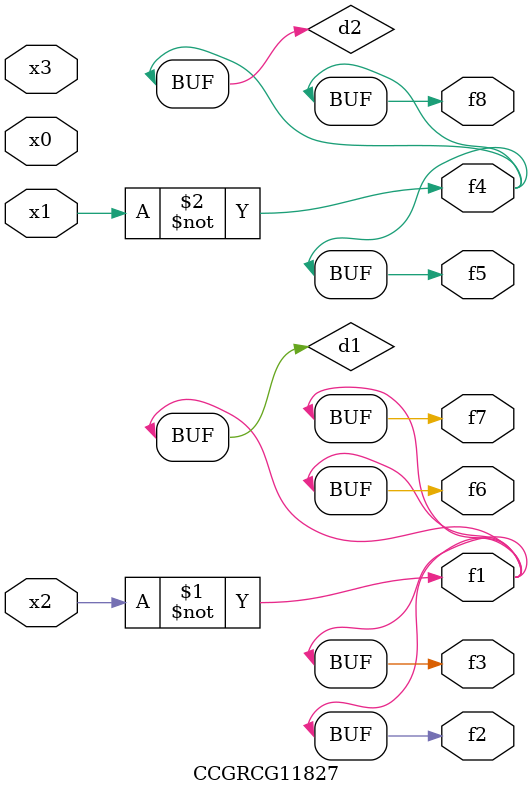
<source format=v>
module CCGRCG11827(
	input x0, x1, x2, x3,
	output f1, f2, f3, f4, f5, f6, f7, f8
);

	wire d1, d2;

	xnor (d1, x2);
	not (d2, x1);
	assign f1 = d1;
	assign f2 = d1;
	assign f3 = d1;
	assign f4 = d2;
	assign f5 = d2;
	assign f6 = d1;
	assign f7 = d1;
	assign f8 = d2;
endmodule

</source>
